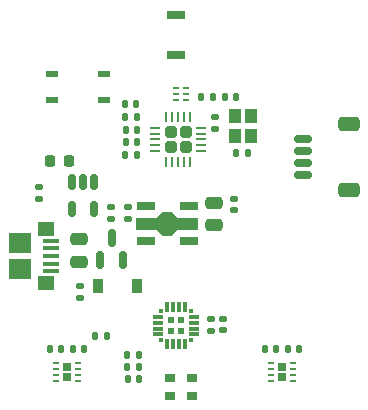
<source format=gbr>
%TF.GenerationSoftware,KiCad,Pcbnew,6.0.7-f9a2dced07~116~ubuntu22.04.1*%
%TF.CreationDate,2022-09-16T16:44:02+02:00*%
%TF.ProjectId,PCB,5043422e-6b69-4636-9164-5f7063625858,alfa*%
%TF.SameCoordinates,Original*%
%TF.FileFunction,Paste,Top*%
%TF.FilePolarity,Positive*%
%FSLAX46Y46*%
G04 Gerber Fmt 4.6, Leading zero omitted, Abs format (unit mm)*
G04 Created by KiCad (PCBNEW 6.0.7-f9a2dced07~116~ubuntu22.04.1) date 2022-09-16 16:44:02*
%MOMM*%
%LPD*%
G01*
G04 APERTURE LIST*
G04 Aperture macros list*
%AMRoundRect*
0 Rectangle with rounded corners*
0 $1 Rounding radius*
0 $2 $3 $4 $5 $6 $7 $8 $9 X,Y pos of 4 corners*
0 Add a 4 corners polygon primitive as box body*
4,1,4,$2,$3,$4,$5,$6,$7,$8,$9,$2,$3,0*
0 Add four circle primitives for the rounded corners*
1,1,$1+$1,$2,$3*
1,1,$1+$1,$4,$5*
1,1,$1+$1,$6,$7*
1,1,$1+$1,$8,$9*
0 Add four rect primitives between the rounded corners*
20,1,$1+$1,$2,$3,$4,$5,0*
20,1,$1+$1,$4,$5,$6,$7,0*
20,1,$1+$1,$6,$7,$8,$9,0*
20,1,$1+$1,$8,$9,$2,$3,0*%
%AMFreePoly0*
4,1,13,0.900000,0.500000,2.600000,0.500000,2.600000,-0.500000,0.900000,-0.500000,0.400000,-1.000000,-0.400000,-1.000000,-0.900000,-0.500000,-2.600000,-0.500000,-2.600000,0.500000,-0.900000,0.500000,-0.400000,1.000000,0.400000,1.000000,0.900000,0.500000,0.900000,0.500000,$1*%
G04 Aperture macros list end*
%ADD10RoundRect,0.140000X0.140000X0.170000X-0.140000X0.170000X-0.140000X-0.170000X0.140000X-0.170000X0*%
%ADD11R,1.900000X1.750000*%
%ADD12R,1.450000X1.150000*%
%ADD13R,1.400000X0.400000*%
%ADD14R,1.600000X0.800000*%
%ADD15R,1.000000X1.150000*%
%ADD16RoundRect,0.135000X0.135000X0.185000X-0.135000X0.185000X-0.135000X-0.185000X0.135000X-0.185000X0*%
%ADD17RoundRect,0.250000X0.475000X-0.250000X0.475000X0.250000X-0.475000X0.250000X-0.475000X-0.250000X0*%
%ADD18RoundRect,0.150000X-0.150000X0.512500X-0.150000X-0.512500X0.150000X-0.512500X0.150000X0.512500X0*%
%ADD19RoundRect,0.218750X0.218750X0.256250X-0.218750X0.256250X-0.218750X-0.256250X0.218750X-0.256250X0*%
%ADD20RoundRect,0.250000X0.255000X-0.255000X0.255000X0.255000X-0.255000X0.255000X-0.255000X-0.255000X0*%
%ADD21RoundRect,0.062500X0.062500X-0.350000X0.062500X0.350000X-0.062500X0.350000X-0.062500X-0.350000X0*%
%ADD22RoundRect,0.062500X0.350000X-0.062500X0.350000X0.062500X-0.350000X0.062500X-0.350000X-0.062500X0*%
%ADD23RoundRect,0.140000X-0.140000X-0.170000X0.140000X-0.170000X0.140000X0.170000X-0.140000X0.170000X0*%
%ADD24RoundRect,0.140000X-0.170000X0.140000X-0.170000X-0.140000X0.170000X-0.140000X0.170000X0.140000X0*%
%ADD25R,0.540000X0.540000*%
%ADD26R,0.300000X0.300000*%
%ADD27R,0.900000X0.300000*%
%ADD28R,0.300000X0.900000*%
%ADD29RoundRect,0.135000X0.185000X-0.135000X0.185000X0.135000X-0.185000X0.135000X-0.185000X-0.135000X0*%
%ADD30RoundRect,0.135000X-0.185000X0.135000X-0.185000X-0.135000X0.185000X-0.135000X0.185000X0.135000X0*%
%ADD31RoundRect,0.250000X-0.475000X0.250000X-0.475000X-0.250000X0.475000X-0.250000X0.475000X0.250000X0*%
%ADD32RoundRect,0.135000X-0.135000X-0.185000X0.135000X-0.185000X0.135000X0.185000X-0.135000X0.185000X0*%
%ADD33R,0.750000X0.650000*%
%ADD34R,0.500000X0.250000*%
%ADD35R,0.550000X0.250000*%
%ADD36R,1.500000X0.700000*%
%ADD37FreePoly0,0.000000*%
%ADD38RoundRect,0.150000X0.150000X-0.587500X0.150000X0.587500X-0.150000X0.587500X-0.150000X-0.587500X0*%
%ADD39RoundRect,0.150000X0.625000X-0.150000X0.625000X0.150000X-0.625000X0.150000X-0.625000X-0.150000X0*%
%ADD40RoundRect,0.250000X0.650000X-0.350000X0.650000X0.350000X-0.650000X0.350000X-0.650000X-0.350000X0*%
%ADD41R,0.900000X0.750000*%
%ADD42R,0.900000X1.200000*%
%ADD43R,1.117600X0.609600*%
G04 APERTURE END LIST*
D10*
%TO.C,C12*%
X72250000Y-76060000D03*
X73210000Y-76060000D03*
%TD*%
D11*
%TO.C,J4*%
X63352500Y-90025000D03*
X63352500Y-87775000D03*
D12*
X65582500Y-91220000D03*
X65582500Y-86580000D03*
D13*
X66002500Y-90200000D03*
X66002500Y-89550000D03*
X66002500Y-88900000D03*
X66002500Y-88250000D03*
X66002500Y-87600000D03*
%TD*%
D14*
%TO.C,E1*%
X76550000Y-68467500D03*
X76550000Y-71867500D03*
%TD*%
D15*
%TO.C,Y2*%
X82950000Y-78755000D03*
X82950000Y-77005000D03*
X81550000Y-77005000D03*
X81550000Y-78755000D03*
%TD*%
D16*
%TO.C,R2*%
X72450000Y-97260000D03*
X73470000Y-97260000D03*
%TD*%
D10*
%TO.C,C16*%
X82640000Y-80160000D03*
X81680000Y-80160000D03*
%TD*%
D17*
%TO.C,C10*%
X68310000Y-87490000D03*
X68310000Y-89390000D03*
%TD*%
D10*
%TO.C,C18*%
X80690000Y-75440000D03*
X81650000Y-75440000D03*
%TD*%
D18*
%TO.C,U6*%
X69650000Y-84927500D03*
X67750000Y-84927500D03*
X67750000Y-82652500D03*
X68700000Y-82652500D03*
X69650000Y-82652500D03*
%TD*%
D19*
%TO.C,D4*%
X65892500Y-80830000D03*
X67467500Y-80830000D03*
%TD*%
D20*
%TO.C,U8*%
X76125000Y-78405000D03*
X77375000Y-78405000D03*
X77375000Y-79655000D03*
X76125000Y-79655000D03*
D21*
X75750000Y-80967500D03*
X76250000Y-80967500D03*
X76750000Y-80967500D03*
X77250000Y-80967500D03*
X77750000Y-80967500D03*
D22*
X78687500Y-80030000D03*
X78687500Y-79530000D03*
X78687500Y-79030000D03*
X78687500Y-78530000D03*
X78687500Y-78030000D03*
D21*
X77750000Y-77092500D03*
X77250000Y-77092500D03*
X76750000Y-77092500D03*
X76250000Y-77092500D03*
X75750000Y-77092500D03*
D22*
X74812500Y-78030000D03*
X74812500Y-78530000D03*
X74812500Y-79030000D03*
X74812500Y-79530000D03*
X74812500Y-80030000D03*
%TD*%
D23*
%TO.C,C13*%
X73247400Y-78217600D03*
X72287400Y-78217600D03*
%TD*%
D24*
%TO.C,C2*%
X79510000Y-95210000D03*
X79510000Y-94250000D03*
%TD*%
D25*
%TO.C,U2*%
X76110000Y-95240000D03*
X77010000Y-94340000D03*
X76110000Y-94340000D03*
X77010000Y-95240000D03*
D26*
X77810000Y-96040000D03*
D27*
X78110000Y-95540000D03*
X78110000Y-95040000D03*
X78110000Y-94540000D03*
X78110000Y-94040000D03*
D26*
X77810000Y-93540000D03*
D28*
X77310000Y-93240000D03*
X76810000Y-93240000D03*
X76310000Y-93240000D03*
X75810000Y-93240000D03*
D26*
X75310000Y-93540000D03*
D27*
X75010000Y-94040000D03*
X75010000Y-94540000D03*
X75010000Y-95040000D03*
X75010000Y-95540000D03*
D26*
X75310000Y-96040000D03*
D28*
X75810000Y-96340000D03*
X76310000Y-96340000D03*
X76810000Y-96340000D03*
X77310000Y-96340000D03*
%TD*%
D29*
%TO.C,R12*%
X79900000Y-78110000D03*
X79900000Y-77090000D03*
%TD*%
D24*
%TO.C,C9*%
X81440000Y-85040000D03*
X81440000Y-84080000D03*
%TD*%
D29*
%TO.C,R8*%
X64990000Y-83050000D03*
X64990000Y-84070000D03*
%TD*%
D30*
%TO.C,R7*%
X68430000Y-92430000D03*
X68430000Y-91410000D03*
%TD*%
D24*
%TO.C,C5*%
X80510000Y-95200000D03*
X80510000Y-94240000D03*
%TD*%
D23*
%TO.C,C3*%
X85040000Y-96770000D03*
X84080000Y-96770000D03*
%TD*%
D31*
%TO.C,C7*%
X79820000Y-86290000D03*
X79820000Y-84390000D03*
%TD*%
D32*
%TO.C,R1*%
X73460000Y-98290000D03*
X72440000Y-98290000D03*
%TD*%
D23*
%TO.C,C11*%
X73420000Y-99320000D03*
X72460000Y-99320000D03*
%TD*%
%TO.C,C8*%
X66850000Y-96770000D03*
X65890000Y-96770000D03*
%TD*%
D33*
%TO.C,U1*%
X67350000Y-98310000D03*
X67350000Y-99110000D03*
D34*
X66400000Y-97960000D03*
X66400000Y-98460000D03*
X66400000Y-98960000D03*
X66400000Y-99460000D03*
X68300000Y-99460000D03*
X68300000Y-98960000D03*
X68300000Y-98460000D03*
X68300000Y-97960000D03*
%TD*%
D32*
%TO.C,R11*%
X73277400Y-77127600D03*
X72257400Y-77127600D03*
%TD*%
D10*
%TO.C,C6*%
X67830000Y-96770000D03*
X68790000Y-96770000D03*
%TD*%
D35*
%TO.C,FL1*%
X76562400Y-74697600D03*
X76562400Y-75197600D03*
X76562400Y-75697600D03*
X77412400Y-75697600D03*
X77412400Y-75197600D03*
X77412400Y-74697600D03*
%TD*%
D36*
%TO.C,U5*%
X77690000Y-84650000D03*
X77690000Y-87650000D03*
X73990000Y-87650000D03*
D37*
X75840000Y-86150000D03*
D36*
X73990000Y-84650000D03*
%TD*%
D38*
%TO.C,Q1*%
X71110000Y-87392500D03*
X72060000Y-89267500D03*
X70160000Y-89267500D03*
%TD*%
D10*
%TO.C,C15*%
X72277400Y-80337600D03*
X73237400Y-80337600D03*
%TD*%
%TO.C,C14*%
X72287400Y-79277600D03*
X73247400Y-79277600D03*
%TD*%
D39*
%TO.C,J3*%
X87300000Y-82020000D03*
X87300000Y-81020000D03*
X87300000Y-80020000D03*
X87300000Y-79020000D03*
D40*
X91175000Y-77720000D03*
X91175000Y-83320000D03*
%TD*%
D41*
%TO.C,D1*%
X77885600Y-99236600D03*
X77885600Y-100736600D03*
X76085600Y-100736600D03*
X76085600Y-99236600D03*
%TD*%
D42*
%TO.C,D2*%
X69980000Y-91480000D03*
X73280000Y-91480000D03*
%TD*%
D43*
%TO.C,SW1*%
X70486049Y-75649998D03*
X66091849Y-75649998D03*
X70486049Y-73500000D03*
X66091849Y-73500000D03*
%TD*%
D33*
%TO.C,U3*%
X85540000Y-99110000D03*
X85540000Y-98310000D03*
D34*
X84590000Y-97960000D03*
X84590000Y-98460000D03*
X84590000Y-98960000D03*
X84590000Y-99460000D03*
X86490000Y-99460000D03*
X86490000Y-98960000D03*
X86490000Y-98460000D03*
X86490000Y-97960000D03*
%TD*%
D23*
%TO.C,C17*%
X79680000Y-75450000D03*
X78720000Y-75450000D03*
%TD*%
D24*
%TO.C,C4*%
X72470000Y-85740000D03*
X72470000Y-84780000D03*
%TD*%
D10*
%TO.C,C1*%
X86020000Y-96770000D03*
X86980000Y-96770000D03*
%TD*%
D29*
%TO.C,R10*%
X71070000Y-84740000D03*
X71070000Y-85760000D03*
%TD*%
D16*
%TO.C,R6*%
X69730000Y-95660000D03*
X70750000Y-95660000D03*
%TD*%
M02*

</source>
